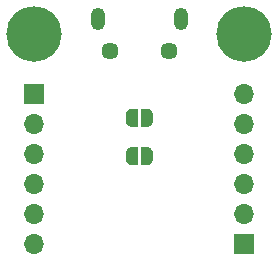
<source format=gbr>
G04 #@! TF.GenerationSoftware,KiCad,Pcbnew,5.1.5+dfsg1-2build2*
G04 #@! TF.CreationDate,2021-09-30T13:46:46+00:00*
G04 #@! TF.ProjectId,mcp2221a-breakout,6d637032-3232-4316-912d-627265616b6f,rev?*
G04 #@! TF.SameCoordinates,Original*
G04 #@! TF.FileFunction,Soldermask,Bot*
G04 #@! TF.FilePolarity,Negative*
%FSLAX46Y46*%
G04 Gerber Fmt 4.6, Leading zero omitted, Abs format (unit mm)*
G04 Created by KiCad (PCBNEW 5.1.5+dfsg1-2build2) date 2021-09-30 13:46:46*
%MOMM*%
%LPD*%
G04 APERTURE LIST*
%ADD10C,4.700000*%
%ADD11O,1.700000X1.700000*%
%ADD12R,1.700000X1.700000*%
%ADD13C,0.350000*%
%ADD14O,1.200000X1.900000*%
%ADD15C,1.450000*%
G04 APERTURE END LIST*
D10*
G04 #@! TO.C,H2*
X116840000Y-45720000D03*
G04 #@! TD*
D11*
G04 #@! TO.C,J2*
X99060000Y-63500000D03*
X99060000Y-60960000D03*
X99060000Y-58420000D03*
X99060000Y-55880000D03*
X99060000Y-53340000D03*
D12*
X99060000Y-50800000D03*
G04 #@! TD*
D10*
G04 #@! TO.C,H1*
X99060000Y-45720000D03*
G04 #@! TD*
D11*
G04 #@! TO.C,J3*
X116840000Y-50800000D03*
X116840000Y-53340000D03*
X116840000Y-55880000D03*
X116840000Y-58420000D03*
X116840000Y-60960000D03*
D12*
X116840000Y-63500000D03*
G04 #@! TD*
D13*
G04 #@! TO.C,JP2*
G36*
X107800000Y-56820500D02*
G01*
X107300000Y-56820500D01*
X107300000Y-56819898D01*
X107275466Y-56819898D01*
X107226635Y-56815088D01*
X107178510Y-56805516D01*
X107131555Y-56791272D01*
X107086222Y-56772495D01*
X107042949Y-56749364D01*
X107002150Y-56722104D01*
X106964221Y-56690976D01*
X106929524Y-56656279D01*
X106898396Y-56618350D01*
X106871136Y-56577551D01*
X106848005Y-56534278D01*
X106829228Y-56488945D01*
X106814984Y-56441990D01*
X106805412Y-56393865D01*
X106800602Y-56345034D01*
X106800602Y-56320500D01*
X106800000Y-56320500D01*
X106800000Y-55820500D01*
X106800602Y-55820500D01*
X106800602Y-55795966D01*
X106805412Y-55747135D01*
X106814984Y-55699010D01*
X106829228Y-55652055D01*
X106848005Y-55606722D01*
X106871136Y-55563449D01*
X106898396Y-55522650D01*
X106929524Y-55484721D01*
X106964221Y-55450024D01*
X107002150Y-55418896D01*
X107042949Y-55391636D01*
X107086222Y-55368505D01*
X107131555Y-55349728D01*
X107178510Y-55335484D01*
X107226635Y-55325912D01*
X107275466Y-55321102D01*
X107300000Y-55321102D01*
X107300000Y-55320500D01*
X107800000Y-55320500D01*
X107800000Y-56820500D01*
G37*
G36*
X108600000Y-55321102D02*
G01*
X108624534Y-55321102D01*
X108673365Y-55325912D01*
X108721490Y-55335484D01*
X108768445Y-55349728D01*
X108813778Y-55368505D01*
X108857051Y-55391636D01*
X108897850Y-55418896D01*
X108935779Y-55450024D01*
X108970476Y-55484721D01*
X109001604Y-55522650D01*
X109028864Y-55563449D01*
X109051995Y-55606722D01*
X109070772Y-55652055D01*
X109085016Y-55699010D01*
X109094588Y-55747135D01*
X109099398Y-55795966D01*
X109099398Y-55820500D01*
X109100000Y-55820500D01*
X109100000Y-56320500D01*
X109099398Y-56320500D01*
X109099398Y-56345034D01*
X109094588Y-56393865D01*
X109085016Y-56441990D01*
X109070772Y-56488945D01*
X109051995Y-56534278D01*
X109028864Y-56577551D01*
X109001604Y-56618350D01*
X108970476Y-56656279D01*
X108935779Y-56690976D01*
X108897850Y-56722104D01*
X108857051Y-56749364D01*
X108813778Y-56772495D01*
X108768445Y-56791272D01*
X108721490Y-56805516D01*
X108673365Y-56815088D01*
X108624534Y-56819898D01*
X108600000Y-56819898D01*
X108600000Y-56820500D01*
X108100000Y-56820500D01*
X108100000Y-55320500D01*
X108600000Y-55320500D01*
X108600000Y-55321102D01*
G37*
G04 #@! TD*
G04 #@! TO.C,JP1*
G36*
X107300000Y-53581398D02*
G01*
X107275466Y-53581398D01*
X107226635Y-53576588D01*
X107178510Y-53567016D01*
X107131555Y-53552772D01*
X107086222Y-53533995D01*
X107042949Y-53510864D01*
X107002150Y-53483604D01*
X106964221Y-53452476D01*
X106929524Y-53417779D01*
X106898396Y-53379850D01*
X106871136Y-53339051D01*
X106848005Y-53295778D01*
X106829228Y-53250445D01*
X106814984Y-53203490D01*
X106805412Y-53155365D01*
X106800602Y-53106534D01*
X106800602Y-53082000D01*
X106800000Y-53082000D01*
X106800000Y-52582000D01*
X106800602Y-52582000D01*
X106800602Y-52557466D01*
X106805412Y-52508635D01*
X106814984Y-52460510D01*
X106829228Y-52413555D01*
X106848005Y-52368222D01*
X106871136Y-52324949D01*
X106898396Y-52284150D01*
X106929524Y-52246221D01*
X106964221Y-52211524D01*
X107002150Y-52180396D01*
X107042949Y-52153136D01*
X107086222Y-52130005D01*
X107131555Y-52111228D01*
X107178510Y-52096984D01*
X107226635Y-52087412D01*
X107275466Y-52082602D01*
X107300000Y-52082602D01*
X107300000Y-52082000D01*
X107800000Y-52082000D01*
X107800000Y-53582000D01*
X107300000Y-53582000D01*
X107300000Y-53581398D01*
G37*
G36*
X108100000Y-52082000D02*
G01*
X108600000Y-52082000D01*
X108600000Y-52082602D01*
X108624534Y-52082602D01*
X108673365Y-52087412D01*
X108721490Y-52096984D01*
X108768445Y-52111228D01*
X108813778Y-52130005D01*
X108857051Y-52153136D01*
X108897850Y-52180396D01*
X108935779Y-52211524D01*
X108970476Y-52246221D01*
X109001604Y-52284150D01*
X109028864Y-52324949D01*
X109051995Y-52368222D01*
X109070772Y-52413555D01*
X109085016Y-52460510D01*
X109094588Y-52508635D01*
X109099398Y-52557466D01*
X109099398Y-52582000D01*
X109100000Y-52582000D01*
X109100000Y-53082000D01*
X109099398Y-53082000D01*
X109099398Y-53106534D01*
X109094588Y-53155365D01*
X109085016Y-53203490D01*
X109070772Y-53250445D01*
X109051995Y-53295778D01*
X109028864Y-53339051D01*
X109001604Y-53379850D01*
X108970476Y-53417779D01*
X108935779Y-53452476D01*
X108897850Y-53483604D01*
X108857051Y-53510864D01*
X108813778Y-53533995D01*
X108768445Y-53552772D01*
X108721490Y-53567016D01*
X108673365Y-53576588D01*
X108624534Y-53581398D01*
X108600000Y-53581398D01*
X108600000Y-53582000D01*
X108100000Y-53582000D01*
X108100000Y-52082000D01*
G37*
G04 #@! TD*
D14*
G04 #@! TO.C,J1*
X104450000Y-44482500D03*
X111450000Y-44482500D03*
D15*
X105450000Y-47182500D03*
X110450000Y-47182500D03*
G04 #@! TD*
M02*

</source>
